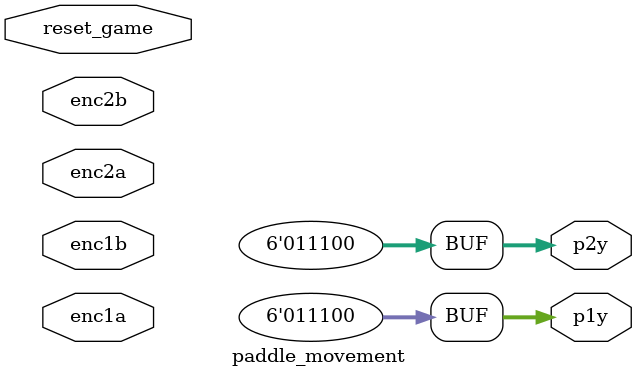
<source format=v>
module paddle_movement  (
    input enc1a,
    input enc1b, 
    input enc2a, 
    input enc2b, // Encoders
    input reset_game,
    output reg [5:0] p1y,
    output reg [5:0] p2y // Top of paddle 1, 2
);
    // p1y <= 6'd28;
    // p2y <= 6'd28;

    // always @(reset_game or sc1 or sc2) begin
    always @(reset_game) begin
        p1y <= 6'd28;
        p2y <= 6'd28;
    end

    always @(posedge enc1a) begin
        if (enc1b == 0) begin
            p1y <= p1y + 1;
        end
    end

    always @(posedge enc1b) begin
        if (enc1a == 0) begin
            p1y <= p1y - 1;
        end 
    end

    always @(posedge enc2a) begin
        if (enc2b == 0) begin
            p2y <= p2y + 1;
        end
    end

    always @(posedge enc2b) begin
        if (enc2a == 0) begin
            p2y <= p2y - 1;
        end
    end
endmodule
</source>
